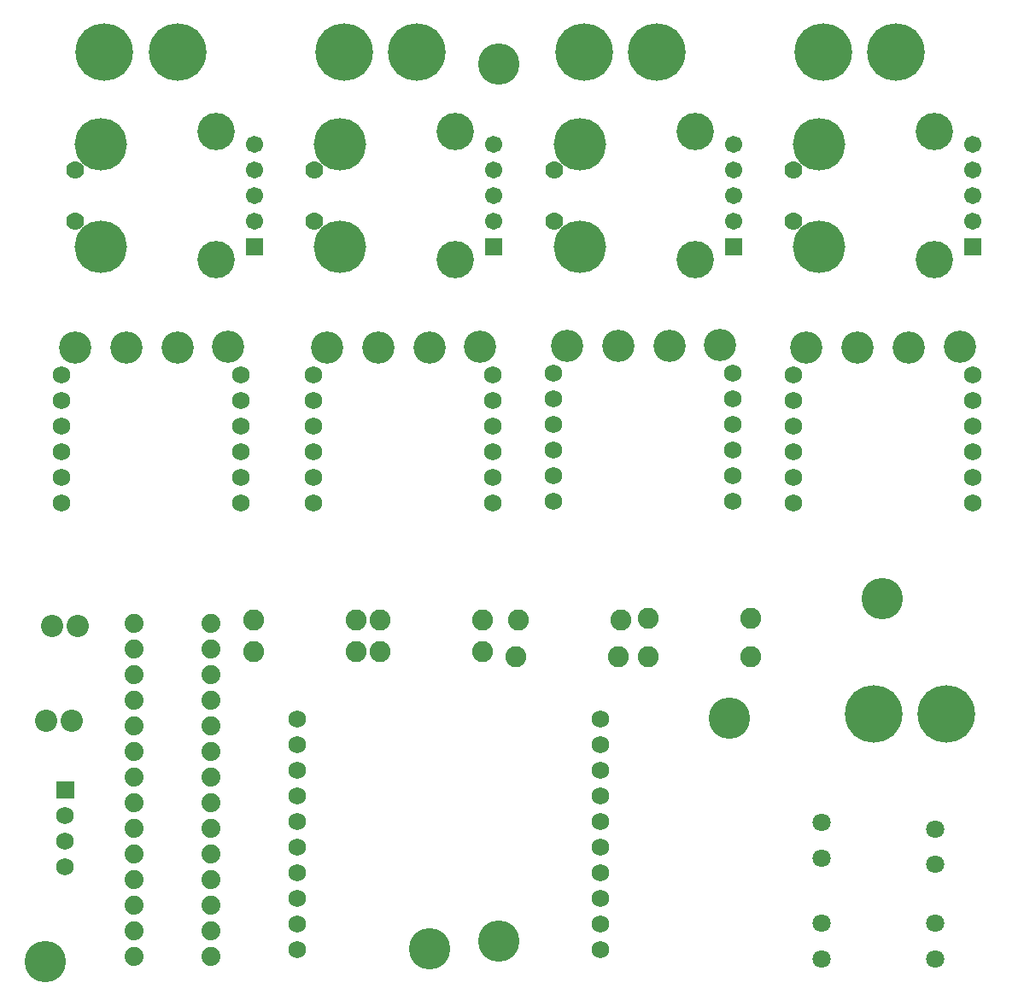
<source format=gbs>
G04 Layer: BottomSolderMaskLayer*
G04 EasyEDA v6.5.5, 2022-06-01 22:10:18*
G04 81c8d0c65d2c47f1a3a576b13e5828a4,c96cdaf6a0e44fa3bb1e134f2b5c86cb,10*
G04 Gerber Generator version 0.2*
G04 Scale: 100 percent, Rotated: No, Reflected: No *
G04 Dimensions in millimeters *
G04 leading zeros omitted , absolute positions ,4 integer and 5 decimal *
%FSLAX45Y45*%
%MOMM*%

%ADD34C,5.7023*%
%ADD36C,1.7272*%
%ADD37C,1.8796*%
%ADD38C,3.2032*%
%ADD39C,2.0828*%
%ADD40C,2.2032*%
%ADD41C,1.8032*%
%ADD43C,1.7018*%
%ADD44C,1.7780*%
%ADD45C,5.2032*%
%ADD46C,3.7032*%
%ADD47C,4.1016*%

%LPD*%
D34*
G01*
X1609979Y9312503D03*
G01*
X889990Y9312503D03*
G01*
X3984980Y9312503D03*
G01*
X3264992Y9312503D03*
G01*
X6359982Y9312478D03*
G01*
X5639993Y9312478D03*
G01*
X8734983Y9312478D03*
G01*
X8014995Y9312478D03*
G01*
X9235008Y2750007D03*
G01*
X8515019Y2750007D03*
G36*
X413765Y1913636D02*
G01*
X413765Y2086355D01*
X586486Y2086355D01*
X586486Y1913636D01*
G37*
D36*
G01*
X500024Y1745995D03*
G01*
X500024Y1491995D03*
G01*
X500024Y1237995D03*
D37*
G01*
X1181506Y3650995D03*
G01*
X1181506Y3396995D03*
G01*
X1181506Y3142995D03*
G01*
X1181506Y2888995D03*
G01*
X1181506Y2634995D03*
G01*
X1181506Y2380995D03*
G01*
X1181506Y2126995D03*
G01*
X1181506Y1872995D03*
G01*
X1181506Y1618995D03*
G01*
X1181506Y1364995D03*
G01*
X1181506Y1110995D03*
G01*
X1181506Y856995D03*
G01*
X1181506Y602995D03*
G01*
X1181506Y348995D03*
G01*
X1943506Y348995D03*
G01*
X1943506Y602995D03*
G01*
X1943506Y856995D03*
G01*
X1943506Y1110995D03*
G01*
X1943506Y1364995D03*
G01*
X1943506Y1618995D03*
G01*
X1943506Y1872995D03*
G01*
X1943506Y2126995D03*
G01*
X1943506Y2380995D03*
G01*
X1943506Y2634995D03*
G01*
X1943506Y2888995D03*
G01*
X1943506Y3142995D03*
G01*
X1943506Y3396995D03*
G01*
X1943506Y3650995D03*
D36*
G01*
X464489Y4847005D03*
G01*
X464489Y5101005D03*
G01*
X464489Y5355005D03*
G01*
X464489Y5609005D03*
G01*
X464489Y5863005D03*
G01*
X464489Y6117005D03*
G01*
X2242489Y4847005D03*
G01*
X2242489Y5101005D03*
G01*
X2242489Y5355005D03*
G01*
X2242489Y5609005D03*
G01*
X2242489Y5863005D03*
G01*
X2242489Y6117005D03*
D38*
G01*
X598855Y6389039D03*
G01*
X1106855Y6389039D03*
G01*
X1614855Y6389039D03*
G01*
X2115489Y6396405D03*
D36*
G01*
X2964484Y4847031D03*
G01*
X2964484Y5101031D03*
G01*
X2964484Y5355031D03*
G01*
X2964484Y5609031D03*
G01*
X2964484Y5863031D03*
G01*
X2964484Y6117031D03*
G01*
X4742510Y4847031D03*
G01*
X4742510Y5101031D03*
G01*
X4742510Y5355031D03*
G01*
X4742510Y5609031D03*
G01*
X4742510Y5863031D03*
G01*
X4742510Y6117031D03*
D38*
G01*
X3098850Y6389065D03*
G01*
X3606850Y6389065D03*
G01*
X4114850Y6389065D03*
G01*
X4615510Y6396431D03*
D36*
G01*
X5339486Y4859502D03*
G01*
X5339486Y5113502D03*
G01*
X5339486Y5367502D03*
G01*
X5339486Y5621502D03*
G01*
X5339486Y5875502D03*
G01*
X5339486Y6129502D03*
G01*
X7117486Y4859502D03*
G01*
X7117486Y5113502D03*
G01*
X7117486Y5367502D03*
G01*
X7117486Y5621502D03*
G01*
X7117486Y5875502D03*
G01*
X7117486Y6129502D03*
D38*
G01*
X5473852Y6401536D03*
G01*
X5981852Y6401536D03*
G01*
X6489852Y6401536D03*
G01*
X6990486Y6408902D03*
D36*
G01*
X7714488Y4847031D03*
G01*
X7714488Y5101031D03*
G01*
X7714488Y5355031D03*
G01*
X7714488Y5609031D03*
G01*
X7714488Y5863031D03*
G01*
X7714488Y6117031D03*
G01*
X9492488Y4847031D03*
G01*
X9492488Y5101031D03*
G01*
X9492488Y5355031D03*
G01*
X9492488Y5609031D03*
G01*
X9492488Y5863031D03*
G01*
X9492488Y6117031D03*
D38*
G01*
X7848854Y6389065D03*
G01*
X8356854Y6389065D03*
G01*
X8864854Y6389065D03*
G01*
X9365488Y6396431D03*
D36*
G01*
X2802534Y2705506D03*
G01*
X2802534Y2451506D03*
G01*
X2802534Y2197506D03*
G01*
X2802534Y1943506D03*
G01*
X2802534Y1689506D03*
G01*
X2802534Y1435506D03*
G01*
X2802534Y1181506D03*
G01*
X2802534Y927506D03*
G01*
X2802534Y673506D03*
G01*
X2802534Y419506D03*
G01*
X5802502Y2705480D03*
G01*
X5802502Y2451480D03*
G01*
X5802502Y2197480D03*
G01*
X5802502Y1943480D03*
G01*
X5802502Y1689480D03*
G01*
X5802502Y1435480D03*
G01*
X5802502Y1181480D03*
G01*
X5802502Y927480D03*
G01*
X5802502Y673480D03*
G01*
X5802502Y419480D03*
D39*
G01*
X3616985Y3687495D03*
G01*
X4632985Y3687495D03*
G01*
X2367000Y3687495D03*
G01*
X3383000Y3687495D03*
G01*
X2367000Y3374999D03*
G01*
X3383000Y3374999D03*
G01*
X3617010Y3374999D03*
G01*
X4633010Y3374999D03*
G01*
X4991988Y3687495D03*
G01*
X6007988Y3687495D03*
G01*
X6278499Y3697503D03*
G01*
X7294499Y3697503D03*
G01*
X4966004Y3322523D03*
G01*
X5982004Y3322523D03*
G01*
X6278499Y3322523D03*
G01*
X7294499Y3322523D03*
D40*
G01*
X372973Y3624986D03*
G01*
X626973Y3624986D03*
G01*
X310514Y2687497D03*
G01*
X564514Y2687497D03*
D41*
G01*
X9125000Y1262506D03*
G01*
X9125000Y1612519D03*
G01*
X8000009Y1324990D03*
G01*
X8000009Y1675003D03*
G01*
X9125000Y325018D03*
G01*
X9125000Y675030D03*
G01*
X7999984Y325018D03*
G01*
X7999984Y675030D03*
G36*
X2288031Y7295895D02*
G01*
X2288031Y7466076D01*
X2458211Y7466076D01*
X2458211Y7295895D01*
G37*
D43*
G01*
X2372995Y7888986D03*
G01*
X2372995Y8142986D03*
G01*
X2372995Y8396986D03*
G01*
X2372995Y7634986D03*
D44*
G01*
X594995Y8142986D03*
G01*
X594995Y7634986D03*
D45*
G01*
X848995Y7380986D03*
G01*
X848995Y8396986D03*
D46*
G01*
X1991995Y7253986D03*
G01*
X1991995Y8523986D03*
G36*
X4662931Y7295895D02*
G01*
X4662931Y7466076D01*
X4833111Y7466076D01*
X4833111Y7295895D01*
G37*
D43*
G01*
X4747996Y7888986D03*
G01*
X4747996Y8142986D03*
G01*
X4747996Y8396986D03*
G01*
X4747996Y7634986D03*
D44*
G01*
X2969996Y8142986D03*
G01*
X2969996Y7634986D03*
D45*
G01*
X3223996Y7380986D03*
G01*
X3223996Y8396986D03*
D46*
G01*
X4366996Y7253986D03*
G01*
X4366996Y8523986D03*
G36*
X7037831Y7295895D02*
G01*
X7037831Y7466076D01*
X7208011Y7466076D01*
X7208011Y7295895D01*
G37*
D43*
G01*
X7123023Y7888986D03*
G01*
X7123023Y8142986D03*
G01*
X7123023Y8396986D03*
G01*
X7123023Y7634986D03*
D44*
G01*
X5345023Y8142986D03*
G01*
X5345023Y7634986D03*
D45*
G01*
X5599023Y7380986D03*
G01*
X5599023Y8396986D03*
D46*
G01*
X6742023Y7253986D03*
G01*
X6742023Y8523986D03*
G36*
X9412986Y7295895D02*
G01*
X9412986Y7466076D01*
X9583165Y7466076D01*
X9583165Y7295895D01*
G37*
D43*
G01*
X9497999Y7888986D03*
G01*
X9497999Y8142986D03*
G01*
X9497999Y8396986D03*
G01*
X9497999Y7634986D03*
D44*
G01*
X7719999Y8142986D03*
G01*
X7719999Y7634986D03*
D45*
G01*
X7973999Y7380986D03*
G01*
X7973999Y8396986D03*
D46*
G01*
X9116999Y7253986D03*
G01*
X9116999Y8523986D03*
D47*
G01*
X299999Y299999D03*
G01*
X4112488Y424992D03*
G01*
X7087488Y2712491D03*
G01*
X4799990Y499998D03*
G01*
X8600008Y3899992D03*
G01*
X4799990Y9200006D03*
M02*

</source>
